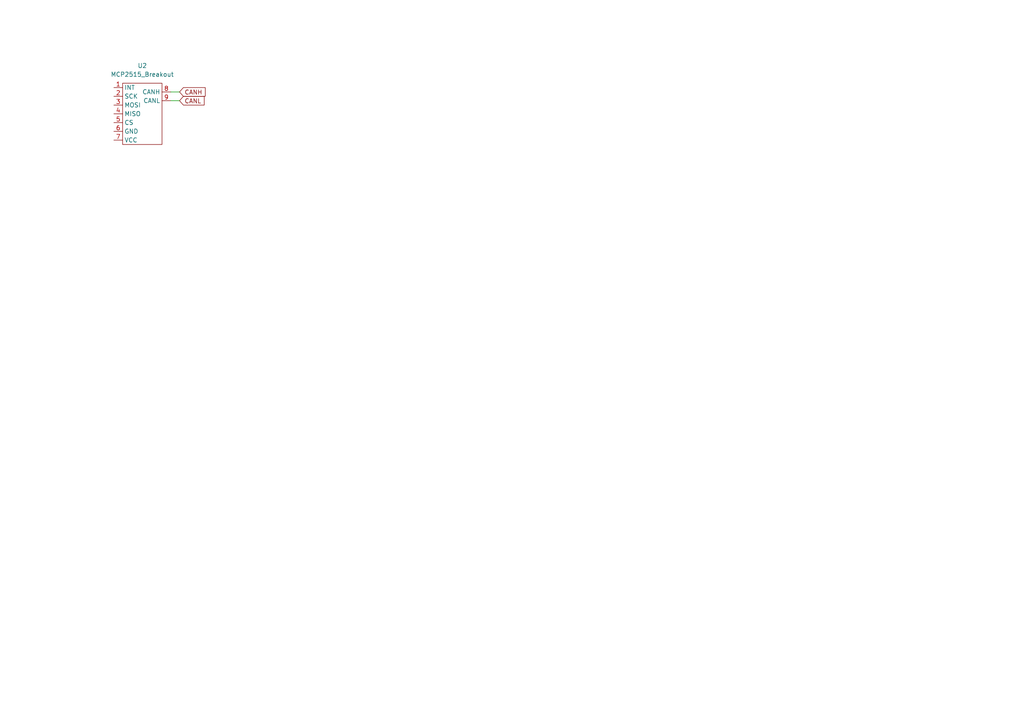
<source format=kicad_sch>
(kicad_sch (version 20211123) (generator eeschema)
  (paper "A4")
  (title_block (title "0.4") (date "2021-03-27") (rev "4d") (company "Speeduino"))
  (lib_symbols
    (symbol "saab_lib:MCP2515_Breakout"
      (property "Reference" "U" (at 1.27 1.27 0))
      (property "Value" "MCP2515_Breakout" (at 10.16 3.81 0))
      (symbol "MCP2515_Breakout_0_1"
        (rectangle (start 0 0) (end 11.43 -17.78))
      )
      (symbol "MCP2515_Breakout_1_1"
        (pin output line (at -2.54 -1.27 0) (length 2.54) (name "INT") (number "1"))
        (pin input line (at -2.54 -3.81 0) (length 2.54) (name "SCK") (number "2"))
        (pin input line (at -2.54 -6.35 0) (length 2.54) (name "MOSI") (number "3"))
        (pin output line (at -2.54 -8.89 0) (length 2.54) (name "MISO") (number "4"))
        (pin input line (at -2.54 -11.43 0) (length 2.54) (name "CS") (number "5"))
        (pin power_in line (at -2.54 -13.97 0) (length 2.54) (name "GND") (number "6"))
        (pin power_out line (at -2.54 -16.51 0) (length 2.54) (name "VCC") (number "7"))
        (pin bidirectional line (at 13.97 -2.54 180) (length 2.54) (name "CANH") (number "8"))
        (pin bidirectional line (at 13.97 -5.08 180) (length 2.54) (name "CANL") (number "9"))
      )
    )
  )
  (wire (pts (xy 49.53 26.67) (xy 52.07 26.67)))
  (wire (pts (xy 49.53 29.21) (xy 52.07 29.21)))
  (global_label "CANL" (shape input) (at 52.07 29.21 0) (property "Intersheet References" "${INTERSHEET_REFS}" (effects hide)))
  (global_label "CANH" (shape input) (at 52.07 26.67 0) (property "Intersheet References" "${INTERSHEET_REFS}" (effects hide)))
  (symbol (lib_id "saab_lib:MCP2515_Breakout") (at 35.56 24.13 0) (unit 1)
    (property "Reference" "U2" (at 41.275 19.05 0))
    (property "Value" "MCP2515_Breakout" (at 41.275 21.59 0))
    (property "Footprint" "saab_lib:MCP2515_Breakout" (effects hide))
  )
)
</source>
